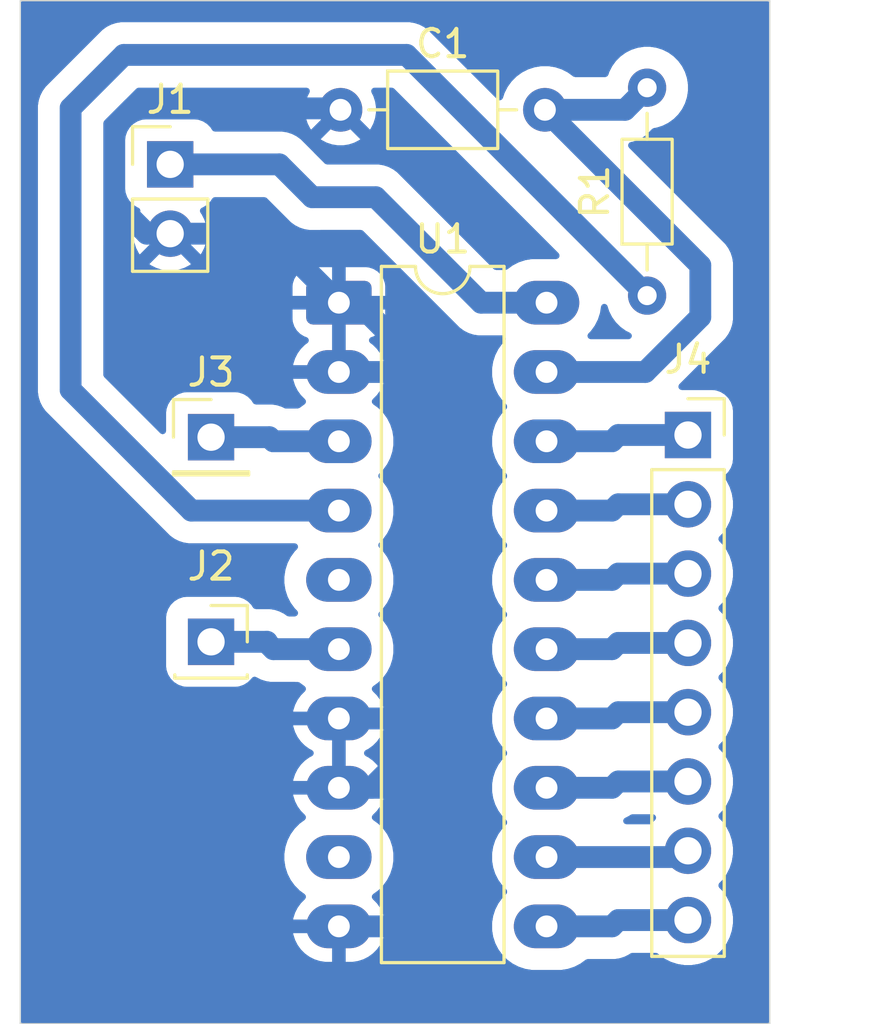
<source format=kicad_pcb>
(kicad_pcb (version 20241229) (generator "pcbnew") (generator_version "9.0")
  (layers (0 "F.Cu" signal) (2 "B.Cu" signal) (13 "F.Paste" user) (15 "B.Paste" user) (5 "F.SilkS" user "F.Silkscreen") (7 "B.SilkS" user "B.Silkscreen") (1 "F.Mask" user) (3 "B.Mask" user) (25 "Edge.Cuts" user))
  (net 0 "")
  (net 1 "Net-(U1-CLK_R)")
  (net 2 "GND")
  (net 3 "5V")
  (net 4 "Net-(J2-Pin_1)")
  (net 5 "Net-(J3-Pin_1)")
  (net 6 "Net-(J4-Pin_3)")
  (net 7 "Net-(J4-Pin_8)")
  (net 8 "Net-(J4-Pin_7)")
  (net 9 "Net-(J4-Pin_5)")
  (net 10 "Net-(J4-Pin_4)")
  (net 11 "Net-(J4-Pin_2)")
  (net 12 "Net-(J4-Pin_1)")
  (net 13 "Net-(J4-Pin_6)")
  (net 14 "Net-(U1-CLK_IN)")
  (footprint "Package_DIP:DIP-20_W7.62mm_LongPads" (layer "F.Cu") (at 121.19 80.57)
    (property "Reference" "U1" (at 3.81 -2.33 0) (layer "F.SilkS"))
    (property "Value" "ADC0804LCN")
    (fp_line (start 1.56 -1.33) (end 1.56 24.19) (stroke (width 0.12)) (layer "F.SilkS"))
    (fp_line (start 1.56 24.19) (end 6.06 24.19) (stroke (width 0.12)) (layer "F.SilkS"))
    (fp_line (start 2.81 -1.33) (end 1.56 -1.33) (stroke (width 0.12)) (layer "F.SilkS"))
    (fp_line (start 6.06 -1.33) (end 4.81 -1.33) (stroke (width 0.12)) (layer "F.SilkS"))
    (fp_line (start 6.06 24.19) (end 6.06 -1.33) (stroke (width 0.12)) (layer "F.SilkS"))
    (fp_arc (start 4.81 -1.33) (mid 3.81 -0.33) (end 2.81 -1.33) (stroke (width 0.12)) (layer "F.SilkS"))
    (pad "1" thru_hole roundrect (at 0 0) (size 2.4 1.6) (drill 0.8) (layers "*.Cu" "*.Mask") (roundrect_rratio 0.15625) (net 2 "GND"))
    (pad "2" thru_hole oval (at 0 2.54) (size 2.4 1.6) (drill 0.8) (layers "*.Cu" "*.Mask") (net 2 "GND"))
    (pad "3" thru_hole oval (at 0 5.08) (size 2.4 1.6) (drill 0.8) (layers "*.Cu" "*.Mask") (net 5 "Net-(J3-Pin_1)"))
    (pad "4" thru_hole oval (at 0 7.62) (size 2.4 1.6) (drill 0.8) (layers "*.Cu" "*.Mask") (net 14 "Net-(U1-CLK_IN)"))
    (pad "5" thru_hole oval (at 0 10.16) (size 2.4 1.6) (drill 0.8) (layers "*.Cu" "*.Mask"))
    (pad "6" thru_hole oval (at 0 12.7) (size 2.4 1.6) (drill 0.8) (layers "*.Cu" "*.Mask") (net 4 "Net-(J2-Pin_1)"))
    (pad "7" thru_hole oval (at 0 15.24) (size 2.4 1.6) (drill 0.8) (layers "*.Cu" "*.Mask") (net 2 "GND"))
    (pad "8" thru_hole oval (at 0 17.78) (size 2.4 1.6) (drill 0.8) (layers "*.Cu" "*.Mask") (net 2 "GND"))
    (pad "9" thru_hole oval (at 0 20.32) (size 2.4 1.6) (drill 0.8) (layers "*.Cu" "*.Mask"))
    (pad "10" thru_hole oval (at 0 22.86) (size 2.4 1.6) (drill 0.8) (layers "*.Cu" "*.Mask") (net 2 "GND"))
    (pad "11" thru_hole oval (at 7.62 22.86) (size 2.4 1.6) (drill 0.8) (layers "*.Cu" "*.Mask") (net 7 "Net-(J4-Pin_8)"))
    (pad "12" thru_hole oval (at 7.62 20.32) (size 2.4 1.6) (drill 0.8) (layers "*.Cu" "*.Mask") (net 8 "Net-(J4-Pin_7)"))
    (pad "13" thru_hole oval (at 7.62 17.78) (size 2.4 1.6) (drill 0.8) (layers "*.Cu" "*.Mask") (net 13 "Net-(J4-Pin_6)"))
    (pad "14" thru_hole oval (at 7.62 15.24) (size 2.4 1.6) (drill 0.8) (layers "*.Cu" "*.Mask") (net 9 "Net-(J4-Pin_5)"))
    (pad "15" thru_hole oval (at 7.62 12.7) (size 2.4 1.6) (drill 0.8) (layers "*.Cu" "*.Mask") (net 10 "Net-(J4-Pin_4)"))
    (pad "16" thru_hole oval (at 7.62 10.16) (size 2.4 1.6) (drill 0.8) (layers "*.Cu" "*.Mask") (net 6 "Net-(J4-Pin_3)"))
    (pad "17" thru_hole oval (at 7.62 7.62) (size 2.4 1.6) (drill 0.8) (layers "*.Cu" "*.Mask") (net 11 "Net-(J4-Pin_2)"))
    (pad "18" thru_hole oval (at 7.62 5.08) (size 2.4 1.6) (drill 0.8) (layers "*.Cu" "*.Mask") (net 12 "Net-(J4-Pin_1)"))
    (pad "19" thru_hole oval (at 7.62 2.54) (size 2.4 1.6) (drill 0.8) (layers "*.Cu" "*.Mask") (net 1 "Net-(U1-CLK_R)"))
    (pad "20" thru_hole oval (at 7.62 0) (size 2.4 1.6) (drill 0.8) (layers "*.Cu" "*.Mask") (net 3 "5V"))
  )
  (footprint "Connector_PinHeader_2.54mm:PinHeader_1x02_P2.54mm_Vertical" (layer "F.Cu") (at 115 75.5)
    (property "Reference" "J1" (at 0 -2.38 0) (layer "F.SilkS"))
    (property "Value" "Conn_01x02_Pin")
    (fp_line (start -1.38 -1.38) (end 0 -1.38) (stroke (width 0.12)) (layer "F.SilkS"))
    (fp_line (start -1.38 0) (end -1.38 -1.38) (stroke (width 0.12)) (layer "F.SilkS"))
    (fp_line (start -1.38 1.27) (end -1.38 3.92) (stroke (width 0.12)) (layer "F.SilkS"))
    (fp_line (start -1.38 1.27) (end 1.38 1.27) (stroke (width 0.12)) (layer "F.SilkS"))
    (fp_line (start -1.38 3.92) (end 1.38 3.92) (stroke (width 0.12)) (layer "F.SilkS"))
    (fp_line (start 1.38 1.27) (end 1.38 3.92) (stroke (width 0.12)) (layer "F.SilkS"))
    (pad "1" thru_hole rect (at 0 0) (size 1.7 1.7) (drill 1) (layers "*.Cu" "*.Mask") (net 3 "5V"))
    (pad "2" thru_hole circle (at 0 2.54) (size 1.7 1.7) (drill 1) (layers "*.Cu" "*.Mask") (net 2 "GND"))
  )
  (footprint "Resistor_THT:R_Axial_DIN0204_L3.6mm_D1.6mm_P7.62mm_Horizontal" (layer "F.Cu") (at 132.5 80.31 90)
    (property "Reference" "R1" (at 3.81 -1.92 90) (layer "F.SilkS"))
    (property "Value" "100k")
    (fp_line (start 6.68 0) (end 5.73 0) (stroke (width 0.12)) (layer "F.SilkS"))
    (fp_line (start 0.94 0) (end 1.89 0) (stroke (width 0.12)) (layer "F.SilkS"))
    (fp_rect (start 1.89 -0.92) (end 5.73 0.92) (stroke (width 0.12)) (fill no) (layer "F.SilkS"))
    (pad "1" thru_hole circle (at 0 0 90) (size 1.4 1.4) (drill 0.7) (layers "*.Cu" "*.Mask") (net 14 "Net-(U1-CLK_IN)"))
    (pad "2" thru_hole circle (at 7.62 0 90) (size 1.4 1.4) (drill 0.7) (layers "*.Cu" "*.Mask") (net 1 "Net-(U1-CLK_R)"))
  )
  (footprint "Connector_PinHeader_2.54mm:PinHeader_1x01_P2.54mm_Vertical" (layer "F.Cu") (at 116.5 85.5)
    (property "Reference" "J3" (at 0 -2.38 0) (layer "F.SilkS"))
    (property "Value" "Conn_01x01_Pin")
    (fp_line (start -1.38 -1.38) (end 0 -1.38) (stroke (width 0.12)) (layer "F.SilkS"))
    (fp_line (start -1.38 0) (end -1.38 -1.38) (stroke (width 0.12)) (layer "F.SilkS"))
    (fp_line (start -1.38 1.27) (end -1.38 1.38) (stroke (width 0.12)) (layer "F.SilkS"))
    (fp_line (start -1.38 1.27) (end 1.38 1.27) (stroke (width 0.12)) (layer "F.SilkS"))
    (fp_line (start -1.38 1.38) (end 1.38 1.38) (stroke (width 0.12)) (layer "F.SilkS"))
    (fp_line (start 1.38 1.27) (end 1.38 1.38) (stroke (width 0.12)) (layer "F.SilkS"))
    (pad "1" thru_hole rect (at 0 0) (size 1.7 1.7) (drill 1) (layers "*.Cu" "*.Mask") (net 5 "Net-(J3-Pin_1)"))
  )
  (footprint "Connector_PinSocket_2.54mm:PinSocket_1x01_P2.54mm_Vertical" (layer "F.Cu") (at 116.5 93)
    (property "Reference" "J2" (at 0 -2.77 0) (layer "F.SilkS"))
    (property "Value" "Conn_01x01_Socket")
    (fp_line (start -1.33 1.21) (end -1.33 1.33) (stroke (width 0.12)) (layer "F.SilkS"))
    (fp_line (start -1.33 1.33) (end 1.33 1.33) (stroke (width 0.12)) (layer "F.SilkS"))
    (fp_line (start 0 -1.33) (end 1.33 -1.33) (stroke (width 0.12)) (layer "F.SilkS"))
    (fp_line (start 1.33 -1.33) (end 1.33 0) (stroke (width 0.12)) (layer "F.SilkS"))
    (fp_line (start 1.33 1.21) (end 1.33 1.33) (stroke (width 0.12)) (layer "F.SilkS"))
    (pad "1" thru_hole rect (at 0 0) (size 1.7 1.7) (drill 1) (layers "*.Cu" "*.Mask") (net 4 "Net-(J2-Pin_1)"))
  )
  (footprint "Connector_PinSocket_2.54mm:PinSocket_1x08_P2.54mm_Vertical" (layer "F.Cu") (at 134 85.42)
    (property "Reference" "J4" (at 0 -2.77 0) (layer "F.SilkS"))
    (property "Value" "Conn_01x08_Socket")
    (fp_line (start -1.33 1.27) (end -1.33 19.11) (stroke (width 0.12)) (layer "F.SilkS"))
    (fp_line (start -1.33 1.27) (end 1.33 1.27) (stroke (width 0.12)) (layer "F.SilkS"))
    (fp_line (start -1.33 19.11) (end 1.33 19.11) (stroke (width 0.12)) (layer "F.SilkS"))
    (fp_line (start 0 -1.33) (end 1.33 -1.33) (stroke (width 0.12)) (layer "F.SilkS"))
    (fp_line (start 1.33 -1.33) (end 1.33 0) (stroke (width 0.12)) (layer "F.SilkS"))
    (fp_line (start 1.33 1.27) (end 1.33 19.11) (stroke (width 0.12)) (layer "F.SilkS"))
    (pad "1" thru_hole rect (at 0 0) (size 1.7 1.7) (drill 1) (layers "*.Cu" "*.Mask") (net 12 "Net-(J4-Pin_1)"))
    (pad "2" thru_hole circle (at 0 2.54) (size 1.7 1.7) (drill 1) (layers "*.Cu" "*.Mask") (net 11 "Net-(J4-Pin_2)"))
    (pad "3" thru_hole circle (at 0 5.08) (size 1.7 1.7) (drill 1) (layers "*.Cu" "*.Mask") (net 6 "Net-(J4-Pin_3)"))
    (pad "4" thru_hole circle (at 0 7.62) (size 1.7 1.7) (drill 1) (layers "*.Cu" "*.Mask") (net 10 "Net-(J4-Pin_4)"))
    (pad "5" thru_hole circle (at 0 10.16) (size 1.7 1.7) (drill 1) (layers "*.Cu" "*.Mask") (net 9 "Net-(J4-Pin_5)"))
    (pad "6" thru_hole circle (at 0 12.7) (size 1.7 1.7) (drill 1) (layers "*.Cu" "*.Mask") (net 13 "Net-(J4-Pin_6)"))
    (pad "7" thru_hole circle (at 0 15.24) (size 1.7 1.7) (drill 1) (layers "*.Cu" "*.Mask") (net 8 "Net-(J4-Pin_7)"))
    (pad "8" thru_hole circle (at 0 17.78) (size 1.7 1.7) (drill 1) (layers "*.Cu" "*.Mask") (net 7 "Net-(J4-Pin_8)"))
  )
  (footprint "Capacitor_THT:C_Axial_L3.8mm_D2.6mm_P7.50mm_Horizontal" (layer "F.Cu") (at 121.25 73.5)
    (property "Reference" "C1" (at 3.75 -2.42 0) (layer "F.SilkS"))
    (property "Value" "150nF")
    (fp_line (start 1.04 0) (end 1.73 0) (stroke (width 0.12)) (layer "F.SilkS"))
    (fp_line (start 6.46 0) (end 5.77 0) (stroke (width 0.12)) (layer "F.SilkS"))
    (fp_rect (start 1.73 -1.42) (end 5.77 1.42) (stroke (width 0.12)) (fill no) (layer "F.SilkS"))
    (pad "1" thru_hole circle (at 0 0) (size 1.6 1.6) (drill 0.8) (layers "*.Cu" "*.Mask") (net 2 "GND"))
    (pad "2" thru_hole circle (at 7.5 0) (size 1.6 1.6) (drill 0.8) (layers "*.Cu" "*.Mask") (net 1 "Net-(U1-CLK_R)"))
  )
  (gr_rect (start 109.5 69.5) (end 137 107) (stroke (width 0.05)) (fill no) (layer "Edge.Cuts"))
  (segment (start 132.4345 83.11) (end 134.4527 81.0918) (width 0.8) (layer "B.Cu") (net 1))
  (segment (start 134.4527 81.0918) (end 134.4527 79.2027) (width 0.8) (layer "B.Cu") (net 1))
  (segment (start 128.81 83.11) (end 132.4345 83.11) (width 0.8) (layer "B.Cu") (net 1))
  (segment (start 131.69 73.5) (end 132.5 72.69) (width 0.8) (layer "B.Cu") (net 1))
  (segment (start 128.75 73.5) (end 131.69 73.5) (width 0.8) (layer "B.Cu") (net 1))
  (segment (start 134.4527 79.2027) (end 128.75 73.5) (width 0.8) (layer "B.Cu") (net 1))
  (segment (start 123.5917 83.1115) (end 123.5917 95.81) (width 0.8) (layer "B.Cu") (net 2))
  (segment (start 123.5902 83.11) (end 123.5917 83.11) (width 0.8) (layer "B.Cu") (net 2))
  (segment (start 113.6017 73.4483) (end 112.9483 74.1017) (width 0.8) (layer "B.Cu") (net 2))
  (segment (start 121.19 98.35) (end 122.3909 98.35) (width 0.8) (layer "B.Cu") (net 2))
  (segment (start 121.8809 80.57) (end 123.5917 82.2808) (width 0.8) (layer "B.Cu") (net 2))
  (segment (start 122.3909 98.35) (end 123.5917 97.1492) (width 0.8) (layer "B.Cu") (net 2))
  (segment (start 115 78.04) (end 118.66 78.04) (width 0.8) (layer "B.Cu") (net 2))
  (segment (start 123.5917 82.2808) (end 123.5917 83.11) (width 0.8) (layer "B.Cu") (net 2))
  (segment (start 123.5902 83.11) (end 123.5917 83.1115) (width 0.8) (layer "B.Cu") (net 2))
  (segment (start 123.1909 83.11) (end 123.5902 83.11) (width 0.8) (layer "B.Cu") (net 2))
  (segment (start 121.25 73.5) (end 121.1983 73.4483) (width 0.8) (layer "B.Cu") (net 2))
  (segment (start 112.9483 76.8477) (end 114.1406 78.04) (width 0.8) (layer "B.Cu") (net 2))
  (segment (start 123.5917 103.43) (end 123.5917 98.35) (width 0.8) (layer "B.Cu") (net 2))
  (segment (start 121.19 95.81) (end 123.5917 95.81) (width 0.8) (layer "B.Cu") (net 2))
  (segment (start 123.5917 97.1492) (end 123.5917 95.81) (width 0.8) (layer "B.Cu") (net 2))
  (segment (start 121.19 80.57) (end 121.8809 80.57) (width 0.8) (layer "B.Cu") (net 2))
  (segment (start 118.66 78.04) (end 121.19 80.57) (width 0.8) (layer "B.Cu") (net 2))
  (segment (start 114.1406 78.04) (end 115 78.04) (width 0.8) (layer "B.Cu") (net 2))
  (segment (start 121.1983 73.4483) (end 113.6017 73.4483) (width 0.8) (layer "B.Cu") (net 2))
  (segment (start 121.19 83.11) (end 123.1909 83.11) (width 0.8) (layer "B.Cu") (net 2))
  (segment (start 112.9483 74.1017) (end 112.9483 76.8477) (width 0.8) (layer "B.Cu") (net 2))
  (segment (start 122.3909 98.35) (end 123.5917 98.35) (width 0.8) (layer "B.Cu") (net 2))
  (segment (start 121.19 103.43) (end 123.5917 103.43) (width 0.8) (layer "B.Cu") (net 2))
  (segment (start 122.5415 76.7032) (end 126.4083 80.57) (width 0.8) (layer "B.Cu") (net 3))
  (segment (start 128.81 80.57) (end 126.4083 80.57) (width 0.8) (layer "B.Cu") (net 3))
  (segment (start 120.2108 76.7032) (end 122.5415 76.7032) (width 0.8) (layer "B.Cu") (net 3))
  (segment (start 115 75.5) (end 119.0076 75.5) (width 0.8) (layer "B.Cu") (net 3))
  (segment (start 119.0076 75.5) (end 120.2108 76.7032) (width 0.8) (layer "B.Cu") (net 3))
  (segment (start 118.5517 93.0334) (end 118.7883 93.27) (width 0.8) (layer "B.Cu") (net 4))
  (segment (start 116.5 93) (end 118.5517 93) (width 0.8) (layer "B.Cu") (net 4))
  (segment (start 121.19 93.27) (end 118.7883 93.27) (width 0.8) (layer "B.Cu") (net 4))
  (segment (start 118.5517 93) (end 118.5517 93.0334) (width 0.8) (layer "B.Cu") (net 4))
  (segment (start 121.19 85.65) (end 118.7883 85.65) (width 0.8) (layer "B.Cu") (net 5))
  (segment (start 118.6383 85.5) (end 118.7883 85.65) (width 0.8) (layer "B.Cu") (net 5))
  (segment (start 116.5 85.5) (end 118.6383 85.5) (width 0.8) (layer "B.Cu") (net 5))
  (segment (start 128.81 90.73) (end 131.2117 90.73) (width 0.8) (layer "B.Cu") (net 6))
  (segment (start 134 90.5) (end 131.4417 90.5) (width 0.8) (layer "B.Cu") (net 6))
  (segment (start 131.4417 90.5) (end 131.2117 90.73) (width 0.8) (layer "B.Cu") (net 6))
  (segment (start 128.81 103.43) (end 131.2117 103.43) (width 0.8) (layer "B.Cu") (net 7))
  (segment (start 134 103.2) (end 131.4417 103.2) (width 0.8) (layer "B.Cu") (net 7))
  (segment (start 131.4417 103.2) (end 131.2117 103.43) (width 0.8) (layer "B.Cu") (net 7))
  (segment (start 128.81 100.89) (end 133.77 100.89) (width 0.8) (layer "B.Cu") (net 8))
  (segment (start 133.77 100.89) (end 134 100.66) (width 0.8) (layer "B.Cu") (net 8))
  (segment (start 128.81 95.81) (end 131.2117 95.81) (width 0.8) (layer "B.Cu") (net 9))
  (segment (start 131.4417 95.58) (end 131.2117 95.81) (width 0.8) (layer "B.Cu") (net 9))
  (segment (start 134 95.58) (end 131.4417 95.58) (width 0.8) (layer "B.Cu") (net 9))
  (segment (start 131.4417 93.04) (end 131.2117 93.27) (width 0.8) (layer "B.Cu") (net 10))
  (segment (start 134 93.04) (end 131.4417 93.04) (width 0.8) (layer "B.Cu") (net 10))
  (segment (start 128.81 93.27) (end 131.2117 93.27) (width 0.8) (layer "B.Cu") (net 10))
  (segment (start 134 87.96) (end 131.4417 87.96) (width 0.8) (layer "B.Cu") (net 11))
  (segment (start 131.4417 87.96) (end 131.2117 88.19) (width 0.8) (layer "B.Cu") (net 11))
  (segment (start 128.81 88.19) (end 131.2117 88.19) (width 0.8) (layer "B.Cu") (net 11))
  (segment (start 131.4417 85.42) (end 131.2117 85.65) (width 0.8) (layer "B.Cu") (net 12))
  (segment (start 128.81 85.65) (end 131.2117 85.65) (width 0.8) (layer "B.Cu") (net 12))
  (segment (start 134 85.42) (end 131.4417 85.42) (width 0.8) (layer "B.Cu") (net 12))
  (segment (start 128.81 98.35) (end 131.2117 98.35) (width 0.8) (layer "B.Cu") (net 13))
  (segment (start 131.4417 98.12) (end 131.2117 98.35) (width 0.8) (layer "B.Cu") (net 13))
  (segment (start 134 98.12) (end 131.4417 98.12) (width 0.8) (layer "B.Cu") (net 13))
  (segment (start 111.3466 73.4382) (end 111.3466 83.7599) (width 0.8) (layer "B.Cu") (net 14))
  (segment (start 115.7767 88.19) (end 121.19 88.19) (width 0.8) (layer "B.Cu") (net 14))
  (segment (start 132.5 80.31) (end 123.6778 71.4878) (width 0.8) (layer "B.Cu") (net 14))
  (segment (start 113.297 71.4878) (end 111.3466 73.4382) (width 0.8) (layer "B.Cu") (net 14))
  (segment (start 111.3466 83.7599) (end 115.7767 88.19) (width 0.8) (layer "B.Cu") (net 14))
  (segment (start 123.6778 71.4878) (end 113.297 71.4878) (width 0.8) (layer "B.Cu") (net 14))
  (zone (net 0) (net_name "") (layer "B.Cu") (connect_pads (clearance 0.5)) (min_thickness 0.25) (fill yes (thermal_gap 0.5) (thermal_bridge_width 0.5) (island_removal_mode 1) (island_area_min 10))
    (polygon (pts (xy 137 69.5) (xy 109.5 69.5) (xy 109.5 107) (xy 137 107)))
  )
  (zone (net 2) (net_name "GND") (layer "B.Cu") (priority 1) (connect_pads (clearance 0.5)) (min_thickness 0.25) (fill yes (thermal_gap 0.5) (thermal_bridge_width 0.5))
    (polygon (pts (xy 137 107) (xy 137 69.5) (xy 109.5 69.5) (xy 109.5 107)))
  )
)
</source>
